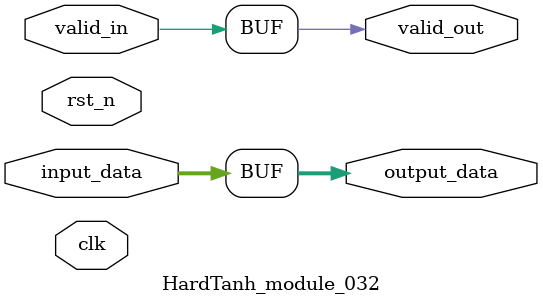
<source format=v>

module HardTanh_module_032 (
    input clk,
    input rst_n,
    input valid_in,
    output valid_out,
    // Add specific ports based on operator type
    input [31:0] input_data,
    output [31:0] output_data
);

    // Module implementation would go here
    // This is a template - actual implementation depends on the operator
    
        // Generic operator implementation
    assign output_data = input_data; // Placeholder
    assign valid_out = valid_in;

endmodule

</source>
